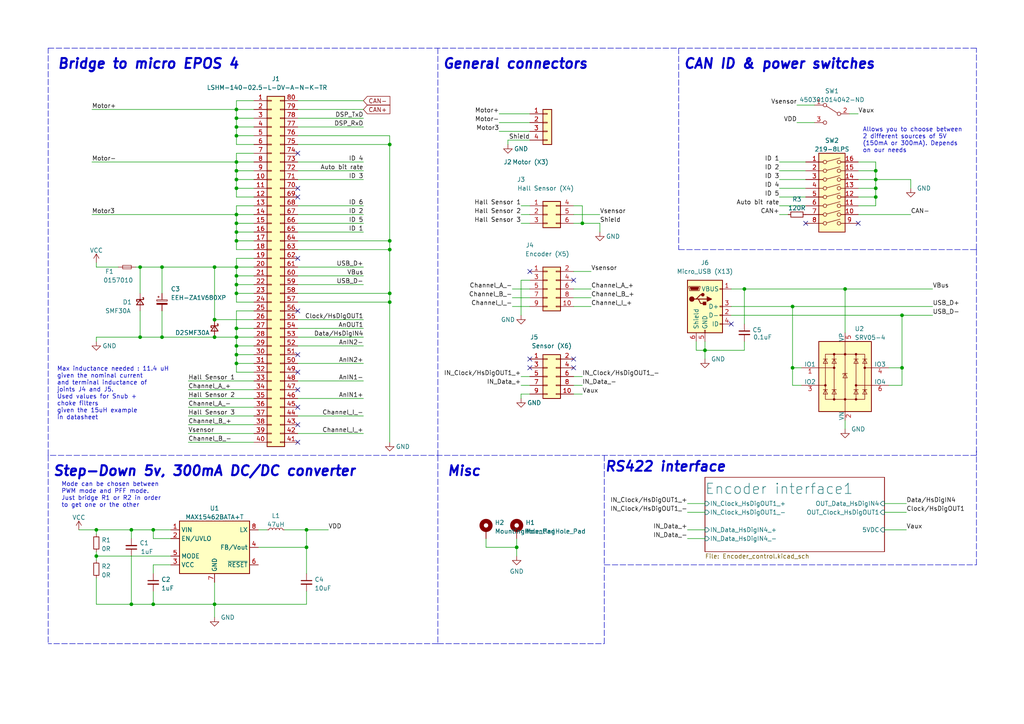
<source format=kicad_sch>
(kicad_sch (version 20211123) (generator eeschema)
  (paper "A4")
  (lib_symbols
    (symbol "Connector:USB_B_Micro" (pin_names (offset 1.016))
      (property "Reference" "J" (at -5.08 11.43 0))
      (property "Value" "USB_B_Micro" (at -5.08 8.89 0))
      (symbol "USB_B_Micro_1_1"
        (pin power_out line (at 7.62 5.08 180) (length 2.54) (name "VBUS") (number "1"))
        (pin bidirectional line (at 7.62 -2.54 180) (length 2.54) (name "D-") (number "2"))
        (pin bidirectional line (at 7.62 0 180) (length 2.54) (name "D+") (number "3"))
        (pin passive line (at 7.62 -5.08 180) (length 2.54) (name "ID") (number "4"))
        (pin power_out line (at 0 -10.16 90) (length 2.54) (name "GND") (number "5"))
        (pin passive line (at -2.54 -10.16 90) (length 2.54) (name "Shield") (number "6"))
      )
    )
    (symbol "Connector_Generic:Conn_01x04" (pin_names (offset 1.016) hide)
      (property "Reference" "J" (at 0 5.08 0))
      (property "Value" "Conn_01x04" (at 0 -7.62 0))
      (symbol "Conn_01x04_1_1"
        (pin passive line (at -5.08 2.54 0) (length 3.81) (name "Pin_1") (number "1"))
        (pin passive line (at -5.08 0 0) (length 3.81) (name "Pin_2") (number "2"))
        (pin passive line (at -5.08 -2.54 0) (length 3.81) (name "Pin_3") (number "3"))
        (pin passive line (at -5.08 -5.08 0) (length 3.81) (name "Pin_4") (number "4"))
      )
    )
    (symbol "Connector_Generic:Conn_02x03_Top_Bottom" (pin_names (offset 1.016) hide)
      (property "Reference" "J" (at 1.27 5.08 0))
      (property "Value" "Conn_02x03_Top_Bottom" (at 1.27 -5.08 0))
      (symbol "Conn_02x03_Top_Bottom_1_1"
        (pin passive line (at -5.08 2.54 0) (length 3.81) (name "Pin_1") (number "1"))
        (pin passive line (at -5.08 0 0) (length 3.81) (name "Pin_2") (number "2"))
        (pin passive line (at -5.08 -2.54 0) (length 3.81) (name "Pin_3") (number "3"))
        (pin passive line (at 7.62 2.54 180) (length 3.81) (name "Pin_4") (number "4"))
        (pin passive line (at 7.62 0 180) (length 3.81) (name "Pin_5") (number "5"))
        (pin passive line (at 7.62 -2.54 180) (length 3.81) (name "Pin_6") (number "6"))
      )
    )
    (symbol "Connector_Generic:Conn_02x05_Odd_Even" (pin_names (offset 1.016) hide)
      (property "Reference" "J" (at 1.27 7.62 0))
      (property "Value" "Conn_02x05_Odd_Even" (at 1.27 -7.62 0))
      (symbol "Conn_02x05_Odd_Even_1_1"
        (pin passive line (at -5.08 5.08 0) (length 3.81) (name "Pin_1") (number "1"))
        (pin passive line (at 7.62 -5.08 180) (length 3.81) (name "Pin_10") (number "10"))
        (pin passive line (at 7.62 5.08 180) (length 3.81) (name "Pin_2") (number "2"))
        (pin passive line (at -5.08 2.54 0) (length 3.81) (name "Pin_3") (number "3"))
        (pin passive line (at 7.62 2.54 180) (length 3.81) (name "Pin_4") (number "4"))
        (pin passive line (at -5.08 0 0) (length 3.81) (name "Pin_5") (number "5"))
        (pin passive line (at 7.62 0 180) (length 3.81) (name "Pin_6") (number "6"))
        (pin passive line (at -5.08 -2.54 0) (length 3.81) (name "Pin_7") (number "7"))
        (pin passive line (at 7.62 -2.54 180) (length 3.81) (name "Pin_8") (number "8"))
        (pin passive line (at -5.08 -5.08 0) (length 3.81) (name "Pin_9") (number "9"))
      )
    )
    (symbol "Connector_Generic:Conn_02x40_Counter_Clockwise" (pin_names (offset 1.016) hide)
      (property "Reference" "J" (at 1.27 50.8 0))
      (property "Value" "Conn_02x40_Counter_Clockwise" (at 1.27 -53.34 0))
      (symbol "Conn_02x40_Counter_Clockwise_1_1"
        (pin passive line (at -5.08 48.26 0) (length 3.81) (name "Pin_1") (number "1"))
        (pin passive line (at -5.08 25.4 0) (length 3.81) (name "Pin_10") (number "10"))
        (pin passive line (at -5.08 22.86 0) (length 3.81) (name "Pin_11") (number "11"))
        (pin passive line (at -5.08 20.32 0) (length 3.81) (name "Pin_12") (number "12"))
        (pin passive line (at -5.08 17.78 0) (length 3.81) (name "Pin_13") (number "13"))
        (pin passive line (at -5.08 15.24 0) (length 3.81) (name "Pin_14") (number "14"))
        (pin passive line (at -5.08 12.7 0) (length 3.81) (name "Pin_15") (number "15"))
        (pin passive line (at -5.08 10.16 0) (length 3.81) (name "Pin_16") (number "16"))
        (pin passive line (at -5.08 7.62 0) (length 3.81) (name "Pin_17") (number "17"))
        (pin passive line (at -5.08 5.08 0) (length 3.81) (name "Pin_18") (number "18"))
        (pin passive line (at -5.08 2.54 0) (length 3.81) (name "Pin_19") (number "19"))
        (pin passive line (at -5.08 45.72 0) (length 3.81) (name "Pin_2") (number "2"))
        (pin passive line (at -5.08 0 0) (length 3.81) (name "Pin_20") (number "20"))
        (pin passive line (at -5.08 -2.54 0) (length 3.81) (name "Pin_21") (number "21"))
        (pin passive line (at -5.08 -5.08 0) (length 3.81) (name "Pin_22") (number "22"))
        (pin passive line (at -5.08 -7.62 0) (length 3.81) (name "Pin_23") (number "23"))
        (pin passive line (at -5.08 -10.16 0) (length 3.81) (name "Pin_24") (number "24"))
        (pin passive line (at -5.08 -12.7 0) (length 3.81) (name "Pin_25") (number "25"))
        (pin passive line (at -5.08 -15.24 0) (length 3.81) (name "Pin_26") (number "26"))
        (pin passive line (at -5.08 -17.78 0) (length 3.81) (name "Pin_27") (number "27"))
        (pin passive line (at -5.08 -20.32 0) (length 3.81) (name "Pin_28") (number "28"))
        (pin passive line (at -5.08 -22.86 0) (length 3.81) (name "Pin_29") (number "29"))
        (pin passive line (at -5.08 43.18 0) (length 3.81) (name "Pin_3") (number "3"))
        (pin passive line (at -5.08 -25.4 0) (length 3.81) (name "Pin_30") (number "30"))
        (pin passive line (at -5.08 -27.94 0) (length 3.81) (name "Pin_31") (number "31"))
        (pin passive line (at -5.08 -30.48 0) (length 3.81) (name "Pin_32") (number "32"))
        (pin passive line (at -5.08 -33.02 0) (length 3.81) (name "Pin_33") (number "33"))
        (pin passive line (at -5.08 -35.56 0) (length 3.81) (name "Pin_34") (number "34"))
        (pin passive line (at -5.08 -38.1 0) (length 3.81) (name "Pin_35") (number "35"))
        (pin passive line (at -5.08 -40.64 0) (length 3.81) (name "Pin_36") (number "36"))
        (pin passive line (at -5.08 -43.18 0) (length 3.81) (name "Pin_37") (number "37"))
        (pin passive line (at -5.08 -45.72 0) (length 3.81) (name "Pin_38") (number "38"))
        (pin passive line (at -5.08 -48.26 0) (length 3.81) (name "Pin_39") (number "39"))
        (pin passive line (at -5.08 40.64 0) (length 3.81) (name "Pin_4") (number "4"))
        (pin passive line (at -5.08 -50.8 0) (length 3.81) (name "Pin_40") (number "40"))
        (pin passive line (at 7.62 -50.8 180) (length 3.81) (name "Pin_41") (number "41"))
        (pin passive line (at 7.62 -48.26 180) (length 3.81) (name "Pin_42") (number "42"))
        (pin passive line (at 7.62 -45.72 180) (length 3.81) (name "Pin_43") (number "43"))
        (pin passive line (at 7.62 -43.18 180) (length 3.81) (name "Pin_44") (number "44"))
        (pin passive line (at 7.62 -40.64 180) (length 3.81) (name "Pin_45") (number "45"))
        (pin passive line (at 7.62 -38.1 180) (length 3.81) (name "Pin_46") (number "46"))
        (pin passive line (at 7.62 -35.56 180) (length 3.81) (name "Pin_47") (number "47"))
        (pin passive line (at 7.62 -33.02 180) (length 3.81) (name "Pin_48") (number "48"))
        (pin passive line (at 7.62 -30.48 180) (length 3.81) (name "Pin_49") (number "49"))
        (pin passive line (at -5.08 38.1 0) (length 3.81) (name "Pin_5") (number "5"))
        (pin passive line (at 7.62 -27.94 180) (length 3.81) (name "Pin_50") (number "50"))
        (pin passive line (at 7.62 -25.4 180) (length 3.81) (name "Pin_51") (number "51"))
        (pin passive line (at 7.62 -22.86 180) (length 3.81) (name "Pin_52") (number "52"))
        (pin passive line (at 7.62 -20.32 180) (length 3.81) (name "Pin_53") (number "53"))
        (pin passive line (at 7.62 -17.78 180) (length 3.81) (name "Pin_54") (number "54"))
        (pin passive line (at 7.62 -15.24 180) (length 3.81) (name "Pin_55") (number "55"))
        (pin passive line (at 7.62 -12.7 180) (length 3.81) (name "Pin_56") (number "56"))
        (pin passive line (at 7.62 -10.16 180) (length 3.81) (name "Pin_57") (number "57"))
        (pin passive line (at 7.62 -7.62 180) (length 3.81) (name "Pin_58") (number "58"))
        (pin passive line (at 7.62 -5.08 180) (length 3.81) (name "Pin_59") (number "59"))
        (pin passive line (at -5.08 35.56 0) (length 3.81) (name "Pin_6") (number "6"))
        (pin passive line (at 7.62 -2.54 180) (length 3.81) (name "Pin_60") (number "60"))
        (pin passive line (at 7.62 0 180) (length 3.81) (name "Pin_61") (number "61"))
        (pin passive line (at 7.62 2.54 180) (length 3.81) (name "Pin_62") (number "62"))
        (pin passive line (at 7.62 5.08 180) (length 3.81) (name "Pin_63") (number "63"))
        (pin passive line (at 7.62 7.62 180) (length 3.81) (name "Pin_64") (number "64"))
        (pin passive line (at 7.62 10.16 180) (length 3.81) (name "Pin_65") (number "65"))
        (pin passive line (at 7.62 12.7 180) (length 3.81) (name "Pin_66") (number "66"))
        (pin passive line (at 7.62 15.24 180) (length 3.81) (name "Pin_67") (number "67"))
        (pin passive line (at 7.62 17.78 180) (length 3.81) (name "Pin_68") (number "68"))
        (pin passive line (at 7.62 20.32 180) (length 3.81) (name "Pin_69") (number "69"))
        (pin passive line (at -5.08 33.02 0) (length 3.81) (name "Pin_7") (number "7"))
        (pin passive line (at 7.62 22.86 180) (length 3.81) (name "Pin_70") (number "70"))
        (pin passive line (at 7.62 25.4 180) (length 3.81) (name "Pin_71") (number "71"))
        (pin passive line (at 7.62 27.94 180) (length 3.81) (name "Pin_72") (number "72"))
        (pin passive line (at 7.62 30.48 180) (length 3.81) (name "Pin_73") (number "73"))
        (pin passive line (at 7.62 33.02 180) (length 3.81) (name "Pin_74") (number "74"))
        (pin passive line (at 7.62 35.56 180) (length 3.81) (name "Pin_75") (number "75"))
        (pin passive line (at 7.62 38.1 180) (length 3.81) (name "Pin_76") (number "76"))
        (pin passive line (at 7.62 40.64 180) (length 3.81) (name "Pin_77") (number "77"))
        (pin passive line (at 7.62 43.18 180) (length 3.81) (name "Pin_78") (number "78"))
        (pin passive line (at 7.62 45.72 180) (length 3.81) (name "Pin_79") (number "79"))
        (pin passive line (at -5.08 30.48 0) (length 3.81) (name "Pin_8") (number "8"))
        (pin passive line (at 7.62 48.26 180) (length 3.81) (name "Pin_80") (number "80"))
        (pin passive line (at -5.08 27.94 0) (length 3.81) (name "Pin_9") (number "9"))
      )
    )
    (symbol "Device:C_Polarized_Small" (pin_numbers hide) (pin_names (offset 0.254) hide)
      (property "Reference" "C" (at 0.254 1.778 0))
      (property "Value" "C_Polarized_Small" (at 0.254 -2.032 0))
      (symbol "C_Polarized_Small_1_1"
        (pin passive line (at 0 2.54 270) (length 1.8542) (name "~") (number "1"))
        (pin passive line (at 0 -2.54 90) (length 1.8542) (name "~") (number "2"))
      )
    )
    (symbol "Device:C_Small" (pin_numbers hide) (pin_names (offset 0.254) hide)
      (property "Reference" "C" (at 0.254 1.778 0))
      (property "Value" "C_Small" (at 0.254 -2.032 0))
      (symbol "C_Small_1_1"
        (pin passive line (at 0 2.54 270) (length 2.032) (name "~") (number "1"))
        (pin passive line (at 0 -2.54 90) (length 2.032) (name "~") (number "2"))
      )
    )
    (symbol "Device:D_Schottky_Small" (pin_numbers hide) (pin_names (offset 0.254) hide)
      (property "Reference" "D" (at -1.27 2.032 0))
      (property "Value" "D_Schottky_Small" (at -7.112 -2.032 0))
      (symbol "D_Schottky_Small_1_1"
        (pin passive line (at -2.54 0 0) (length 1.778) (name "K") (number "1"))
        (pin passive line (at 2.54 0 180) (length 1.778) (name "A") (number "2"))
      )
    )
    (symbol "Device:Fuse_Small" (pin_numbers hide) (pin_names (offset 0.254) hide)
      (property "Reference" "F" (at 0 -1.524 0))
      (property "Value" "Fuse_Small" (at 0 1.524 0))
      (symbol "Fuse_Small_1_1"
        (pin passive line (at -2.54 0 0) (length 1.27) (name "~") (number "1"))
        (pin passive line (at 2.54 0 180) (length 1.27) (name "~") (number "2"))
      )
    )
    (symbol "Device:L_Small" (pin_numbers hide) (pin_names (offset 0.254) hide)
      (property "Reference" "L" (at 0.762 1.016 0))
      (property "Value" "L_Small" (at 0.762 -1.016 0))
      (symbol "L_Small_1_1"
        (pin passive line (at 0 2.54 270) (length 0.508) (name "~") (number "1"))
        (pin passive line (at 0 -2.54 90) (length 0.508) (name "~") (number "2"))
      )
    )
    (symbol "Device:R_Small" (pin_numbers hide) (pin_names (offset 0.254) hide)
      (property "Reference" "R" (at 0.762 0.508 0))
      (property "Value" "R_Small" (at 0.762 -1.016 0))
      (symbol "R_Small_1_1"
        (pin passive line (at 0 2.54 270) (length 0.762) (name "~") (number "1"))
        (pin passive line (at 0 -2.54 90) (length 0.762) (name "~") (number "2"))
      )
    )
    (symbol "Mechanical:MountingHole_Pad" (pin_numbers hide) (pin_names (offset 1.016) hide)
      (property "Reference" "H" (at 0 6.35 0))
      (property "Value" "MountingHole_Pad" (at 0 4.445 0))
      (symbol "MountingHole_Pad_1_1"
        (pin input line (at 0 -2.54 90) (length 2.54) (name "1") (number "1"))
      )
    )
    (symbol "Power_Protection:SRV05-4" (pin_names (offset 0))
      (property "Reference" "U" (at -5.08 11.43 0))
      (property "Value" "SRV05-4" (at 2.54 11.43 0))
      (symbol "SRV05-4_1_1"
        (pin passive line (at -12.7 2.54 0) (length 5.08) (name "IO1") (number "1"))
        (pin passive line (at 0 -12.7 90) (length 2.54) (name "VN") (number "2"))
        (pin passive line (at -12.7 -2.54 0) (length 5.08) (name "IO2") (number "3"))
        (pin passive line (at 12.7 2.54 180) (length 5.08) (name "IO3") (number "4"))
        (pin passive line (at 0 12.7 270) (length 2.54) (name "VP") (number "5"))
        (pin passive line (at 12.7 -2.54 180) (length 5.08) (name "IO4") (number "6"))
      )
    )
    (symbol "Switch:SW_DIP_x08" (pin_names (offset 0) hide)
      (property "Reference" "SW" (at 0 13.97 0))
      (property "Value" "SW_DIP_x08" (at 0 -11.43 0))
      (symbol "SW_DIP_x08_1_1"
        (pin passive line (at -7.62 10.16 0) (length 5.08) (name "~") (number "1"))
        (pin passive line (at 7.62 -5.08 180) (length 5.08) (name "~") (number "10"))
        (pin passive line (at 7.62 -2.54 180) (length 5.08) (name "~") (number "11"))
        (pin passive line (at 7.62 0 180) (length 5.08) (name "~") (number "12"))
        (pin passive line (at 7.62 2.54 180) (length 5.08) (name "~") (number "13"))
        (pin passive line (at 7.62 5.08 180) (length 5.08) (name "~") (number "14"))
        (pin passive line (at 7.62 7.62 180) (length 5.08) (name "~") (number "15"))
        (pin passive line (at 7.62 10.16 180) (length 5.08) (name "~") (number "16"))
        (pin passive line (at -7.62 7.62 0) (length 5.08) (name "~") (number "2"))
        (pin passive line (at -7.62 5.08 0) (length 5.08) (name "~") (number "3"))
        (pin passive line (at -7.62 2.54 0) (length 5.08) (name "~") (number "4"))
        (pin passive line (at -7.62 0 0) (length 5.08) (name "~") (number "5"))
        (pin passive line (at -7.62 -2.54 0) (length 5.08) (name "~") (number "6"))
        (pin passive line (at -7.62 -5.08 0) (length 5.08) (name "~") (number "7"))
        (pin passive line (at -7.62 -7.62 0) (length 5.08) (name "~") (number "8"))
        (pin passive line (at 7.62 -7.62 180) (length 5.08) (name "~") (number "9"))
      )
    )
    (symbol "Switch:SW_SPDT" (pin_names (offset 0) hide)
      (property "Reference" "SW" (at 0 4.318 0))
      (property "Value" "SW_SPDT" (at 0 -5.08 0))
      (symbol "SW_SPDT_1_1"
        (pin passive line (at 5.08 2.54 180) (length 2.54) (name "A") (number "1"))
        (pin passive line (at -5.08 0 0) (length 2.54) (name "B") (number "2"))
        (pin passive line (at 5.08 -2.54 180) (length 2.54) (name "C") (number "3"))
      )
    )
    (symbol "custom_lib:MAX15462BATA+T"
      (property "Reference" "U" (at -7.62 6.35 0))
      (property "Value" "MAX15462BATA+T" (at 0 3.81 0))
      (symbol "MAX15462BATA+T_1_1"
        (pin power_in line (at -12.7 -1.27 0) (length 2.54) (name "VIN") (number "1"))
        (pin input line (at -12.7 -3.81 0) (length 2.54) (name "EN/UVLO") (number "2"))
        (pin power_out line (at -12.7 -11.43 0) (length 2.54) (name "VCC") (number "3"))
        (pin input line (at 12.7 -6.35 180) (length 2.54) (name "FB/Vout") (number "4"))
        (pin input line (at -12.7 -8.89 0) (length 2.54) (name "MODE") (number "5"))
        (pin open_collector line (at 12.7 -11.43 180) (length 2.54) (name "~{RESET}") (number "6"))
        (pin power_in line (at 0 -16.51 90) (length 2.54) (name "GND") (number "7"))
        (pin power_out line (at 12.7 -1.27 180) (length 2.54) (name "LX") (number "8"))
      )
    )
    (symbol "power:GND" (power) (pin_names (offset 0))
      (property "Value" "GND" (at 0 -3.81 0))
      (symbol "GND_1_1"
        (pin power_in line (at 0 0 270) (length 0) hide (name "GND") (number "1"))
      )
    )
    (symbol "power:VCC" (power) (pin_names (offset 0))
      (property "Value" "VCC" (at 0 3.81 0))
      (symbol "VCC_1_1"
        (pin power_in line (at 0 0 90) (length 0) hide (name "VCC") (number "1"))
      )
    )
  )
  (junction (at 68.58 102.87))
  (junction (at 68.58 67.31))
  (junction (at 204.47 101.6))
  (junction (at 261.62 106.68))
  (junction (at 68.58 34.29))
  (junction (at 261.62 91.44))
  (junction (at 46.99 97.79))
  (junction (at 245.11 83.82))
  (junction (at 62.23 92.71))
  (junction (at 68.58 105.41))
  (junction (at 149.86 158.75))
  (junction (at 254 52.07))
  (junction (at 68.58 85.09))
  (junction (at 38.1 153.67))
  (junction (at 27.94 161.29))
  (junction (at 62.23 175.26))
  (junction (at 215.9 83.82))
  (junction (at 68.58 80.01))
  (junction (at 68.58 46.99))
  (junction (at 40.64 77.47))
  (junction (at 113.03 72.39))
  (junction (at 254 54.61))
  (junction (at 68.58 100.33))
  (junction (at 168.91 64.77))
  (junction (at 254 49.53))
  (junction (at 68.58 95.25))
  (junction (at 44.45 175.26))
  (junction (at 68.58 31.75))
  (junction (at 229.87 106.68))
  (junction (at 40.64 97.79))
  (junction (at 68.58 54.61))
  (junction (at 44.45 153.67))
  (junction (at 68.58 97.79))
  (junction (at 68.58 77.47))
  (junction (at 46.99 77.47))
  (junction (at 229.87 88.9))
  (junction (at 68.58 69.85))
  (junction (at 88.9 158.75))
  (junction (at 62.23 97.79))
  (junction (at 88.9 153.67))
  (junction (at 113.03 87.63))
  (junction (at 254 57.15))
  (junction (at 68.58 39.37))
  (junction (at 113.03 41.91))
  (junction (at 68.58 62.23))
  (junction (at 38.1 175.26))
  (junction (at 68.58 36.83))
  (junction (at 113.03 85.09))
  (junction (at 68.58 52.07))
  (junction (at 68.58 82.55))
  (junction (at 68.58 64.77))
  (junction (at 27.94 153.67))
  (junction (at 62.23 77.47))
  (junction (at 113.03 69.85))
  (junction (at 68.58 49.53))
  (no_connect (at 86.36 123.19))
  (no_connect (at 153.67 104.14))
  (no_connect (at 166.37 106.68))
  (no_connect (at 166.37 81.28))
  (no_connect (at 153.67 78.74))
  (no_connect (at 212.09 93.98))
  (no_connect (at 86.36 102.87))
  (no_connect (at 86.36 128.27))
  (no_connect (at 86.36 54.61))
  (no_connect (at 248.92 64.77))
  (no_connect (at 86.36 74.93))
  (no_connect (at 233.68 64.77))
  (no_connect (at 86.36 107.95))
  (no_connect (at 86.36 90.17))
  (no_connect (at 86.36 44.45))
  (no_connect (at 86.36 57.15))
  (no_connect (at 153.67 106.68))
  (no_connect (at 166.37 104.14))
  (no_connect (at 86.36 113.03))
  (no_connect (at 86.36 118.11))
  (wire (pts (xy 149.86 158.75) (xy 140.97 158.75)))
  (wire (pts (xy 149.86 158.75) (xy 149.86 156.21)))
  (wire (pts (xy 86.36 85.09) (xy 113.03 85.09)))
  (wire (pts (xy 149.86 161.29) (xy 149.86 158.75)))
  (wire (pts (xy 147.32 40.64) (xy 153.67 40.64)))
  (wire (pts (xy 86.36 46.99) (xy 105.41 46.99)))
  (polyline (pts (xy 13.97 13.97) (xy 196.85 13.97)))
  (wire (pts (xy 54.61 123.19) (xy 73.66 123.19)))
  (wire (pts (xy 226.06 57.15) (xy 233.68 57.15)))
  (wire (pts (xy 82.55 153.67) (xy 88.9 153.67)))
  (wire (pts (xy 68.58 69.85) (xy 68.58 72.39)))
  (wire (pts (xy 68.58 67.31) (xy 73.66 67.31)))
  (wire (pts (xy 254 52.07) (xy 254 54.61)))
  (wire (pts (xy 68.58 46.99) (xy 73.66 46.99)))
  (wire (pts (xy 68.58 52.07) (xy 73.66 52.07)))
  (wire (pts (xy 68.58 87.63) (xy 73.66 87.63)))
  (wire (pts (xy 256.54 153.67) (xy 262.89 153.67)))
  (wire (pts (xy 62.23 168.91) (xy 62.23 175.26)))
  (wire (pts (xy 68.58 64.77) (xy 68.58 67.31)))
  (wire (pts (xy 74.93 158.75) (xy 88.9 158.75)))
  (wire (pts (xy 27.94 97.79) (xy 27.94 99.06)))
  (wire (pts (xy 256.54 148.59) (xy 262.89 148.59)))
  (wire (pts (xy 148.59 86.36) (xy 153.67 86.36)))
  (wire (pts (xy 68.58 95.25) (xy 73.66 95.25)))
  (polyline (pts (xy 127 13.97) (xy 127 132.08)))
  (wire (pts (xy 46.99 97.79) (xy 62.23 97.79)))
  (wire (pts (xy 254 57.15) (xy 254 59.69)))
  (wire (pts (xy 226.06 62.23) (xy 228.6 62.23)))
  (wire (pts (xy 256.54 146.05) (xy 262.89 146.05)))
  (wire (pts (xy 168.91 59.69) (xy 168.91 64.77)))
  (wire (pts (xy 62.23 77.47) (xy 68.58 77.47)))
  (wire (pts (xy 62.23 97.79) (xy 68.58 97.79)))
  (wire (pts (xy 68.58 41.91) (xy 73.66 41.91)))
  (polyline (pts (xy 13.97 132.08) (xy 13.97 13.97)))
  (wire (pts (xy 226.06 49.53) (xy 233.68 49.53)))
  (wire (pts (xy 148.59 83.82) (xy 153.67 83.82)))
  (wire (pts (xy 151.13 59.69) (xy 153.67 59.69)))
  (wire (pts (xy 86.36 39.37) (xy 113.03 39.37)))
  (wire (pts (xy 86.36 92.71) (xy 105.41 92.71)))
  (wire (pts (xy 68.58 44.45) (xy 73.66 44.45)))
  (wire (pts (xy 68.58 31.75) (xy 73.66 31.75)))
  (wire (pts (xy 204.47 99.06) (xy 204.47 101.6)))
  (wire (pts (xy 27.94 153.67) (xy 27.94 154.94)))
  (wire (pts (xy 261.62 91.44) (xy 261.62 106.68)))
  (wire (pts (xy 86.36 120.65) (xy 105.41 120.65)))
  (wire (pts (xy 68.58 85.09) (xy 68.58 87.63)))
  (wire (pts (xy 68.58 105.41) (xy 68.58 102.87)))
  (wire (pts (xy 144.78 33.02) (xy 153.67 33.02)))
  (wire (pts (xy 68.58 54.61) (xy 68.58 52.07)))
  (wire (pts (xy 27.94 167.64) (xy 27.94 175.26)))
  (wire (pts (xy 248.92 54.61) (xy 254 54.61)))
  (wire (pts (xy 248.92 52.07) (xy 254 52.07)))
  (wire (pts (xy 68.58 97.79) (xy 73.66 97.79)))
  (wire (pts (xy 201.93 101.6) (xy 204.47 101.6)))
  (wire (pts (xy 166.37 109.22) (xy 168.91 109.22)))
  (wire (pts (xy 113.03 72.39) (xy 113.03 85.09)))
  (wire (pts (xy 151.13 114.3) (xy 153.67 114.3)))
  (wire (pts (xy 54.61 113.03) (xy 73.66 113.03)))
  (wire (pts (xy 44.45 171.45) (xy 44.45 175.26)))
  (wire (pts (xy 68.58 100.33) (xy 68.58 97.79)))
  (polyline (pts (xy 196.85 132.08) (xy 13.97 132.08)))
  (wire (pts (xy 270.51 83.82) (xy 245.11 83.82)))
  (wire (pts (xy 113.03 39.37) (xy 113.03 41.91)))
  (wire (pts (xy 248.92 57.15) (xy 254 57.15)))
  (wire (pts (xy 44.45 153.67) (xy 49.53 153.67)))
  (wire (pts (xy 27.94 160.02) (xy 27.94 161.29)))
  (wire (pts (xy 148.59 88.9) (xy 153.67 88.9)))
  (wire (pts (xy 68.58 64.77) (xy 73.66 64.77)))
  (wire (pts (xy 68.58 59.69) (xy 68.58 62.23)))
  (wire (pts (xy 68.58 97.79) (xy 68.58 95.25)))
  (wire (pts (xy 27.94 76.2) (xy 27.94 77.47)))
  (wire (pts (xy 113.03 87.63) (xy 113.03 128.27)))
  (wire (pts (xy 212.09 88.9) (xy 229.87 88.9)))
  (wire (pts (xy 113.03 85.09) (xy 113.03 87.63)))
  (wire (pts (xy 27.94 77.47) (xy 34.29 77.47)))
  (wire (pts (xy 226.06 54.61) (xy 233.68 54.61)))
  (wire (pts (xy 231.14 35.56) (xy 236.22 35.56)))
  (wire (pts (xy 74.93 153.67) (xy 77.47 153.67)))
  (wire (pts (xy 62.23 92.71) (xy 73.66 92.71)))
  (wire (pts (xy 86.36 31.75) (xy 105.41 31.75)))
  (wire (pts (xy 86.36 49.53) (xy 105.41 49.53)))
  (wire (pts (xy 27.94 175.26) (xy 38.1 175.26)))
  (wire (pts (xy 26.67 31.75) (xy 68.58 31.75)))
  (wire (pts (xy 68.58 77.47) (xy 73.66 77.47)))
  (wire (pts (xy 68.58 102.87) (xy 68.58 100.33)))
  (wire (pts (xy 201.93 99.06) (xy 201.93 101.6)))
  (wire (pts (xy 49.53 163.83) (xy 44.45 163.83)))
  (wire (pts (xy 166.37 114.3) (xy 168.91 114.3)))
  (wire (pts (xy 113.03 69.85) (xy 113.03 72.39)))
  (wire (pts (xy 86.36 72.39) (xy 113.03 72.39)))
  (polyline (pts (xy 283.21 72.39) (xy 283.21 13.97)))
  (wire (pts (xy 231.14 30.48) (xy 236.22 30.48)))
  (wire (pts (xy 38.1 153.67) (xy 38.1 156.21)))
  (wire (pts (xy 68.58 74.93) (xy 73.66 74.93)))
  (wire (pts (xy 199.39 156.21) (xy 204.47 156.21)))
  (wire (pts (xy 38.1 161.29) (xy 38.1 175.26)))
  (polyline (pts (xy 196.85 72.39) (xy 283.21 72.39)))
  (wire (pts (xy 68.58 82.55) (xy 73.66 82.55)))
  (wire (pts (xy 68.58 74.93) (xy 68.58 77.47)))
  (wire (pts (xy 151.13 64.77) (xy 153.67 64.77)))
  (wire (pts (xy 68.58 80.01) (xy 68.58 82.55)))
  (wire (pts (xy 264.16 52.07) (xy 264.16 54.61)))
  (wire (pts (xy 68.58 54.61) (xy 73.66 54.61)))
  (wire (pts (xy 68.58 39.37) (xy 68.58 41.91)))
  (wire (pts (xy 254 46.99) (xy 254 49.53)))
  (wire (pts (xy 199.39 153.67) (xy 204.47 153.67)))
  (wire (pts (xy 204.47 101.6) (xy 204.47 104.14)))
  (wire (pts (xy 248.92 62.23) (xy 264.16 62.23)))
  (wire (pts (xy 38.1 175.26) (xy 44.45 175.26)))
  (wire (pts (xy 68.58 34.29) (xy 73.66 34.29)))
  (wire (pts (xy 151.13 62.23) (xy 153.67 62.23)))
  (wire (pts (xy 245.11 121.92) (xy 245.11 124.46)))
  (polyline (pts (xy 175.26 132.08) (xy 175.26 163.83)))
  (wire (pts (xy 40.64 77.47) (xy 46.99 77.47)))
  (wire (pts (xy 40.64 77.47) (xy 40.64 85.09)))
  (wire (pts (xy 166.37 83.82) (xy 171.45 83.82)))
  (wire (pts (xy 46.99 77.47) (xy 46.99 85.09)))
  (wire (pts (xy 86.36 36.83) (xy 105.41 36.83)))
  (wire (pts (xy 68.58 102.87) (xy 73.66 102.87)))
  (wire (pts (xy 215.9 83.82) (xy 215.9 93.98)))
  (wire (pts (xy 38.1 153.67) (xy 44.45 153.67)))
  (wire (pts (xy 68.58 80.01) (xy 73.66 80.01)))
  (wire (pts (xy 40.64 97.79) (xy 46.99 97.79)))
  (wire (pts (xy 68.58 90.17) (xy 68.58 95.25)))
  (wire (pts (xy 88.9 171.45) (xy 88.9 175.26)))
  (wire (pts (xy 229.87 111.76) (xy 232.41 111.76)))
  (wire (pts (xy 73.66 90.17) (xy 68.58 90.17)))
  (wire (pts (xy 144.78 35.56) (xy 153.67 35.56)))
  (wire (pts (xy 215.9 99.06) (xy 215.9 101.6)))
  (wire (pts (xy 88.9 153.67) (xy 95.25 153.67)))
  (wire (pts (xy 229.87 106.68) (xy 229.87 111.76)))
  (wire (pts (xy 229.87 88.9) (xy 270.51 88.9)))
  (wire (pts (xy 86.36 82.55) (xy 105.41 82.55)))
  (wire (pts (xy 54.61 125.73) (xy 73.66 125.73)))
  (wire (pts (xy 261.62 106.68) (xy 261.62 111.76)))
  (wire (pts (xy 26.67 46.99) (xy 68.58 46.99)))
  (wire (pts (xy 173.99 64.77) (xy 173.99 67.31)))
  (wire (pts (xy 215.9 83.82) (xy 212.09 83.82)))
  (wire (pts (xy 44.45 175.26) (xy 62.23 175.26)))
  (wire (pts (xy 151.13 109.22) (xy 153.67 109.22)))
  (wire (pts (xy 49.53 156.21) (xy 44.45 156.21)))
  (wire (pts (xy 44.45 156.21) (xy 44.45 153.67)))
  (wire (pts (xy 88.9 158.75) (xy 88.9 153.67)))
  (wire (pts (xy 68.58 31.75) (xy 68.58 29.21)))
  (wire (pts (xy 22.86 153.67) (xy 27.94 153.67)))
  (wire (pts (xy 54.61 110.49) (xy 73.66 110.49)))
  (polyline (pts (xy 175.26 186.69) (xy 175.26 163.83)))
  (wire (pts (xy 62.23 175.26) (xy 88.9 175.26)))
  (wire (pts (xy 86.36 67.31) (xy 105.41 67.31)))
  (wire (pts (xy 68.58 49.53) (xy 68.58 46.99)))
  (wire (pts (xy 86.36 52.07) (xy 105.41 52.07)))
  (wire (pts (xy 226.06 59.69) (xy 233.68 59.69)))
  (wire (pts (xy 229.87 106.68) (xy 232.41 106.68)))
  (polyline (pts (xy 283.21 13.97) (xy 196.85 13.97)))
  (wire (pts (xy 68.58 36.83) (xy 68.58 39.37)))
  (wire (pts (xy 86.36 41.91) (xy 113.03 41.91)))
  (wire (pts (xy 254 54.61) (xy 254 57.15)))
  (wire (pts (xy 86.36 62.23) (xy 105.41 62.23)))
  (polyline (pts (xy 175.26 163.83) (xy 283.21 163.83)))
  (wire (pts (xy 261.62 111.76) (xy 257.81 111.76)))
  (wire (pts (xy 54.61 128.27) (xy 73.66 128.27)))
  (wire (pts (xy 257.81 106.68) (xy 261.62 106.68)))
  (wire (pts (xy 68.58 67.31) (xy 68.58 69.85)))
  (wire (pts (xy 86.36 59.69) (xy 105.41 59.69)))
  (wire (pts (xy 68.58 62.23) (xy 73.66 62.23)))
  (polyline (pts (xy 127 186.69) (xy 175.26 186.69)))
  (wire (pts (xy 151.13 111.76) (xy 153.67 111.76)))
  (wire (pts (xy 54.61 115.57) (xy 73.66 115.57)))
  (wire (pts (xy 44.45 163.83) (xy 44.45 166.37)))
  (wire (pts (xy 261.62 91.44) (xy 270.51 91.44)))
  (wire (pts (xy 86.36 125.73) (xy 105.41 125.73)))
  (wire (pts (xy 68.58 34.29) (xy 68.58 36.83)))
  (wire (pts (xy 166.37 86.36) (xy 171.45 86.36)))
  (wire (pts (xy 46.99 90.17) (xy 46.99 97.79)))
  (wire (pts (xy 68.58 36.83) (xy 73.66 36.83)))
  (wire (pts (xy 199.39 146.05) (xy 204.47 146.05)))
  (wire (pts (xy 86.36 29.21) (xy 105.41 29.21)))
  (wire (pts (xy 245.11 83.82) (xy 245.11 96.52)))
  (wire (pts (xy 68.58 69.85) (xy 73.66 69.85)))
  (wire (pts (xy 166.37 59.69) (xy 168.91 59.69)))
  (polyline (pts (xy 283.21 132.08) (xy 196.85 132.08)))
  (wire (pts (xy 248.92 33.02) (xy 246.38 33.02)))
  (wire (pts (xy 68.58 100.33) (xy 73.66 100.33)))
  (wire (pts (xy 68.58 39.37) (xy 73.66 39.37)))
  (wire (pts (xy 68.58 52.07) (xy 68.58 49.53)))
  (wire (pts (xy 86.36 34.29) (xy 105.41 34.29)))
  (wire (pts (xy 68.58 77.47) (xy 68.58 80.01)))
  (wire (pts (xy 68.58 72.39) (xy 73.66 72.39)))
  (wire (pts (xy 68.58 49.53) (xy 73.66 49.53)))
  (wire (pts (xy 54.61 120.65) (xy 73.66 120.65)))
  (wire (pts (xy 86.36 77.47) (xy 105.41 77.47)))
  (wire (pts (xy 26.67 62.23) (xy 68.58 62.23)))
  (wire (pts (xy 86.36 64.77) (xy 105.41 64.77)))
  (wire (pts (xy 62.23 175.26) (xy 62.23 179.07)))
  (wire (pts (xy 151.13 81.28) (xy 151.13 91.44)))
  (wire (pts (xy 27.94 161.29) (xy 49.53 161.29)))
  (wire (pts (xy 68.58 85.09) (xy 73.66 85.09)))
  (wire (pts (xy 68.58 29.21) (xy 73.66 29.21)))
  (wire (pts (xy 68.58 62.23) (xy 68.58 64.77)))
  (wire (pts (xy 27.94 161.29) (xy 27.94 162.56)))
  (wire (pts (xy 229.87 88.9) (xy 229.87 106.68)))
  (polyline (pts (xy 196.85 13.97) (xy 196.85 72.39)))
  (wire (pts (xy 204.47 101.6) (xy 215.9 101.6)))
  (wire (pts (xy 68.58 59.69) (xy 73.66 59.69)))
  (wire (pts (xy 245.11 83.82) (xy 215.9 83.82)))
  (wire (pts (xy 40.64 90.17) (xy 40.64 97.79)))
  (wire (pts (xy 147.32 40.64) (xy 147.32 41.91)))
  (wire (pts (xy 168.91 64.77) (xy 173.99 64.77)))
  (polyline (pts (xy 283.21 72.39) (xy 283.21 132.08)))
  (wire (pts (xy 86.36 100.33) (xy 105.41 100.33)))
  (wire (pts (xy 39.37 77.47) (xy 40.64 77.47)))
  (polyline (pts (xy 13.97 132.08) (xy 13.97 186.69)))
  (wire (pts (xy 166.37 111.76) (xy 168.91 111.76)))
  (wire (pts (xy 86.36 105.41) (xy 105.41 105.41)))
  (wire (pts (xy 86.36 95.25) (xy 105.41 95.25)))
  (wire (pts (xy 68.58 31.75) (xy 68.58 34.29)))
  (wire (pts (xy 144.78 38.1) (xy 153.67 38.1)))
  (wire (pts (xy 86.36 87.63) (xy 113.03 87.63)))
  (polyline (pts (xy 127 186.69) (xy 13.97 186.69)))
  (wire (pts (xy 212.09 91.44) (xy 261.62 91.44)))
  (wire (pts (xy 199.39 148.59) (xy 204.47 148.59)))
  (wire (pts (xy 86.36 97.79) (xy 105.41 97.79)))
  (polyline (pts (xy 283.21 163.83) (xy 283.21 130.81)))
  (wire (pts (xy 27.94 153.67) (xy 38.1 153.67)))
  (wire (pts (xy 86.36 110.49) (xy 105.41 110.49)))
  (wire (pts (xy 254 59.69) (xy 248.92 59.69)))
  (wire (pts (xy 86.36 115.57) (xy 105.41 115.57)))
  (wire (pts (xy 226.06 46.99) (xy 233.68 46.99)))
  (wire (pts (xy 62.23 77.47) (xy 62.23 92.71)))
  (wire (pts (xy 166.37 88.9) (xy 171.45 88.9)))
  (wire (pts (xy 248.92 49.53) (xy 254 49.53)))
  (wire (pts (xy 166.37 64.77) (xy 168.91 64.77)))
  (wire (pts (xy 166.37 62.23) (xy 173.99 62.23)))
  (wire (pts (xy 226.06 52.07) (xy 233.68 52.07)))
  (polyline (pts (xy 127 132.08) (xy 127 186.69)))
  (wire (pts (xy 68.58 57.15) (xy 73.66 57.15)))
  (wire (pts (xy 254 52.07) (xy 264.16 52.07)))
  (wire (pts (xy 86.36 80.01) (xy 105.41 80.01)))
  (wire (pts (xy 113.03 41.91) (xy 113.03 69.85)))
  (wire (pts (xy 68.58 44.45) (xy 68.58 46.99)))
  (wire (pts (xy 40.64 97.79) (xy 27.94 97.79)))
  (wire (pts (xy 46.99 77.47) (xy 62.23 77.47)))
  (wire (pts (xy 140.97 158.75) (xy 140.97 156.21)))
  (wire (pts (xy 68.58 57.15) (xy 68.58 54.61)))
  (wire (pts (xy 73.66 107.95) (xy 68.58 107.95)))
  (wire (pts (xy 171.45 78.74) (xy 166.37 78.74)))
  (wire (pts (xy 88.9 158.75) (xy 88.9 166.37)))
  (wire (pts (xy 54.61 118.11) (xy 73.66 118.11)))
  (wire (pts (xy 248.92 46.99) (xy 254 46.99)))
  (wire (pts (xy 254 49.53) (xy 254 52.07)))
  (wire (pts (xy 68.58 105.41) (xy 73.66 105.41)))
  (wire (pts (xy 151.13 114.3) (xy 151.13 115.57)))
  (wire (pts (xy 68.58 82.55) (xy 68.58 85.09)))
  (wire (pts (xy 68.58 107.95) (xy 68.58 105.41)))
  (wire (pts (xy 86.36 69.85) (xy 113.03 69.85)))
  (wire (pts (xy 153.67 81.28) (xy 151.13 81.28)))
  (text "Max inductance needed : 11.4 uH \ngiven the nominal current\nand terminal inductance of \njoints J4 and J5.\nUsed values for Snub + \nchoke filters\ngiven the 15uH example \nin datasheet" (at 16.51 121.92 0) (effects (font (size 1.25 1.25)) (justify left bottom)))
  (text "Step-Down 5v, 300mA DC/DC converter" (at 15.24 138.43 0) (effects (font (size 2.85 2.85) (thickness 0.6) bold italic) (justify left bottom)))
  (text "Bridge to micro EPOS 4" (at 16.51 20.32 0) (effects (font (size 2.85 2.85) (thickness 0.6) bold italic) (justify left bottom)))
  (text "Misc" (at 129.54 138.43 0) (effects (font (size 2.85 2.85) (thickness 0.57) bold italic) (justify left bottom)))
  (text "General connectors\n" (at 128.27 20.32 0) (effects (font (size 2.85 2.85) (thickness 0.6) bold italic) (justify left bottom)))
  (text "Mode can be chosen between\nPWM mode and PFF mode.\nJust bridge R1 or R2 in order\nto get one or the other" (at 17.78 147.32 0) (effects (font (size 1.25 1.25)) (justify left bottom)))
  (text "RS422 interface" (at 175.26 137.16 0) (effects (font (size 2.85 2.85) bold italic) (justify left bottom)))
  (text "CAN ID & power switches\n" (at 198.12 20.32 0) (effects (font (size 2.85 2.85) (thickness 0.6) bold italic) (justify left bottom)))
  (text "Allows you to choose between \n2 different sources of 5V\n(150mA or 300mA). Depends\non our needs" (at 250.19 44.45 0) (effects (font (size 1.25 1.25)) (justify left bottom)))
  (label "IN_Data_+" (at 199.39 153.67 180))
  (label "Channel_A_+" (at 54.61 113.03 0))
  (label "ID 5" (at 226.06 57.15 180))
  (label "Vsensor" (at 54.61 125.73 0))
  (label "Channel_I_-" (at 148.59 88.9 180))
  (label "Auto bit rate" (at 226.06 59.69 180))
  (label "IN_Clock{slash}HsDigOUT1_-" (at 199.39 148.59 180))
  (label "Channel_I_+" (at 105.41 125.73 180))
  (label "Vaux" (at 168.91 114.3 0))
  (label "DSP_RxD" (at 105.41 36.83 180))
  (label "USB_D+" (at 105.41 77.47 180))
  (label "CAN-" (at 264.16 62.23 0))
  (label "Data{slash}HsDigIN4" (at 262.89 146.05 0))
  (label "DSP_TxD" (at 105.41 34.29 180))
  (label "Channel_I_-" (at 105.41 120.65 180))
  (label "Vaux" (at 248.92 33.02 0))
  (label "ID 2" (at 105.41 62.23 180))
  (label "Hall Sensor 2" (at 151.13 62.23 180))
  (label "AnIN1+" (at 105.41 115.57 180))
  (label "Channel_B_-" (at 54.61 128.27 0))
  (label "AnIN2+" (at 105.41 105.41 180))
  (label "USB_D+" (at 270.51 88.9 0))
  (label "Motor+" (at 26.67 31.75 0))
  (label "Hall Sensor 2" (at 54.61 115.57 0))
  (label "Channel_B_+" (at 171.45 86.36 0))
  (label "Shield" (at 173.99 64.77 0))
  (label "ID 3" (at 105.41 52.07 180))
  (label "Data{slash}HsDigIN4" (at 105.41 97.79 180))
  (label "ID 4" (at 226.06 54.61 180))
  (label "USB_D-" (at 270.51 91.44 0))
  (label "Clock{slash}HsDigOUT1" (at 262.89 148.59 0))
  (label "Auto bit rate" (at 105.41 49.53 180))
  (label "ID 3" (at 226.06 52.07 180))
  (label "IN_Clock{slash}HsDigOUT1_-" (at 168.91 109.22 0))
  (label "IN_Clock{slash}HsDigOUT1_+" (at 151.13 109.22 180))
  (label "Vsensor" (at 231.14 30.48 180))
  (label "Channel_B_+" (at 54.61 123.19 0))
  (label "AnOUT1" (at 105.41 95.25 180))
  (label "Motor-" (at 26.67 46.99 0))
  (label "Hall Sensor 1" (at 151.13 59.69 180))
  (label "ID 5" (at 105.41 64.77 180))
  (label "Shield" (at 153.67 40.64 180))
  (label "VDD" (at 231.14 35.56 180))
  (label "VDD" (at 95.25 153.67 0))
  (label "VBus" (at 105.41 80.01 180))
  (label "Channel_B_-" (at 148.59 86.36 180))
  (label "IN_Data_-" (at 199.39 156.21 180))
  (label "IN_Data_-" (at 168.91 111.76 0))
  (label "Vsensor" (at 173.99 62.23 0))
  (label "Motor+" (at 144.78 33.02 180))
  (label "Motor3" (at 26.67 62.23 0))
  (label "Hall Sensor 3" (at 151.13 64.77 180))
  (label "Motor-" (at 144.78 35.56 180))
  (label "Channel_A_-" (at 54.61 118.11 0))
  (label "Channel_A_+" (at 171.45 83.82 0))
  (label "IN_Clock{slash}HsDigOUT1_+" (at 199.39 146.05 180))
  (label "Channel_A_-" (at 148.59 83.82 180))
  (label "Motor3" (at 144.78 38.1 180))
  (label "IN_Data_+" (at 151.13 111.76 180))
  (label "USB_D-" (at 105.41 82.55 180))
  (label "ID 1" (at 105.41 67.31 180))
  (label "Channel_I_+" (at 171.45 88.9 0))
  (label "Hall Sensor 1" (at 54.61 110.49 0))
  (label "AnIN1-" (at 105.41 110.49 180))
  (label "AnIN2-" (at 105.41 100.33 180))
  (label "Hall Sensor 3" (at 54.61 120.65 0))
  (label "ID 6" (at 105.41 59.69 180))
  (label "Vsensor" (at 171.45 78.74 0))
  (label "CAN+" (at 226.06 62.23 180))
  (label "ID 1" (at 226.06 46.99 180))
  (label "ID 4" (at 105.41 46.99 180))
  (label "ID 2" (at 226.06 49.53 180))
  (label "Vaux" (at 262.89 153.67 0))
  (label "VBus" (at 270.51 83.82 0))
  (label "Clock{slash}HsDigOUT1" (at 105.41 92.71 180))
  (global_label "CAN+" (shape input) (at 105.41 31.75 0) (property "Intersheet References" "${INTERSHEET_REFS}" (effects hide)))
  (global_label "CAN-" (shape input) (at 105.41 29.21 0) (property "Intersheet References" "${INTERSHEET_REFS}" (effects hide)))
  (symbol (lib_id "Connector_Generic:Conn_02x03_Top_Bottom") (at 158.75 62.23 0) (unit 1)
    (property "Reference" "J3" (at 151.13 52.07 0))
    (property "Value" "Hall Sensor (X4) " (at 158.75 54.61 0))
    (property "Footprint" "nav_fp:43045-06_24,25,26_" (effects hide))
    (property "Datasheet" "https://www.molex.com/pdm_docs/ps/PS-43045.pdf" (effects hide))
  )
  (symbol (lib_id "Device:D_Schottky_Small") (at 62.23 95.25 270) (unit 1)
    (property "Reference" "D2" (at 50.8 96.52 90) (effects (justify left)))
    (property "Value" "SMF30A" (at 53.34 96.52 90) (effects (justify left)))
    (property "Footprint" "Diode_SMD:D_SOD-123" (effects hide))
    (property "Datasheet" "https://www.taiwansemi.com/assets/uploads/datasheet/SMF5.0A%20SERIES_D2103.pdf" (effects hide))
  )
  (symbol (lib_id "power:VCC") (at 27.94 76.2 0) (unit 1)
    (property "Reference" "#PWR02" (effects hide))
    (property "Value" "VCC" (at 27.94 72.6242 0))
  )
  (symbol (lib_id "power:GND") (at 204.47 104.14 0) (unit 1)
    (property "Reference" "#PWR014" (effects hide))
    (property "Value" "GND" (at 208.28 104.14 0))
  )
  (symbol (lib_id "Switch:SW_SPDT") (at 241.3 33.02 0) (mirror y) (unit 1)
    (property "Reference" "SW1" (at 241.3 26.3992 0))
    (property "Value" "450301014042-ND" (at 241.3 28.9361 0))
    (property "Footprint" "nav_fp:450301014042" (effects hide))
    (property "Datasheet" "https://www.we-online.com/katalog/datasheet/450301014042.pdf" (effects hide))
  )
  (symbol (lib_id "Device:R_Small") (at 231.14 62.23 90) (unit 1)
    (property "Reference" "R3" (at 231.14 57.7936 90))
    (property "Value" "120R" (at 231.14 60.3305 90))
    (property "Footprint" "Resistor_SMD:R_0603_1608Metric_Pad0.98x0.95mm_HandSolder" (effects hide))
    (property "Datasheet" "https://www.koaspeer.com/pdfs/RN73.pdf" (effects hide))
  )
  (symbol (lib_id "custom_lib:MAX15462BATA+T") (at 62.23 152.4 0) (unit 1)
    (property "Reference" "U1" (at 62.23 147.4302 0))
    (property "Value" "MAX15462BATA+T" (at 62.23 149.9671 0))
    (property "Footprint" "nav_fp:SON50P200X200X80-8N" (effects hide))
    (property "Datasheet" "https://datasheets.maximintegrated.com/en/ds/MAX15462.pdf" (effects hide))
  )
  (symbol (lib_id "Connector_Generic:Conn_01x04") (at 158.75 35.56 0) (unit 1)
    (property "Reference" "J2" (at 146.05 46.99 0) (effects (justify left)))
    (property "Value" "Motor (X3)" (at 148.59 46.99 0) (effects (justify left)))
    (property "Footprint" "Connector_Molex:Molex_Mini-Fit_Jr_5566-04A_2x02_P4.20mm_Vertical" (effects hide))
    (property "Datasheet" "https://www.molex.com/pdm_docs/sd/039281023_sd.pdf" (effects hide))
  )
  (symbol (lib_id "Device:D_Schottky_Small") (at 40.64 87.63 270) (unit 1)
    (property "Reference" "D1" (at 35.56 87.63 90) (effects (justify left)))
    (property "Value" "SMF30A" (at 30.48 90.17 90) (effects (justify left)))
    (property "Footprint" "Diode_SMD:D_SOD-123" (effects hide))
    (property "Datasheet" "https://www.taiwansemi.com/assets/uploads/datasheet/SMF5.0A%20SERIES_D2103.pdf" (effects hide))
  )
  (symbol (lib_id "Connector_Generic:Conn_02x40_Counter_Clockwise") (at 78.74 77.47 0) (unit 1)
    (property "Reference" "J1" (at 80.01 22.86 0))
    (property "Value" "LSHM-140-02.5-L-DV-A-N-K-TR" (at 77.47 25.3969 0))
    (property "Footprint" "Connector_Samtec:Samtec_LSHM-140-xx.x-x-DV-N_2x40_P0.50mm_Vertical" (effects hide))
    (property "Datasheet" "http://suddendocs.samtec.com/catalog_english/lshm_dv.pdf" (effects hide))
  )
  (symbol (lib_id "Device:C_Small") (at 215.9 96.52 0) (unit 1)
    (property "Reference" "C5" (at 218.2241 95.6916 0) (effects (justify left)))
    (property "Value" "0.1uF" (at 218.44 97.79 0) (effects (justify left)))
    (property "Footprint" "Capacitor_SMD:C_0603_1608Metric_Pad1.08x0.95mm_HandSolder" (effects hide))
    (property "Datasheet" "https://media.digikey.com/pdf/Data%20Sheets/Samsung%20PDFs/CL10B104KO8NNNC_Spec.pdf" (effects hide))
  )
  (symbol (lib_id "Device:C_Small") (at 88.9 168.91 0) (unit 1)
    (property "Reference" "C4" (at 91.2241 168.0816 0) (effects (justify left)))
    (property "Value" "10uF" (at 91.2241 170.6185 0) (effects (justify left)))
    (property "Footprint" "Capacitor_SMD:C_0603_1608Metric_Pad1.08x0.95mm_HandSolder" (effects hide))
    (property "Datasheet" "https://search.murata.co.jp/Ceramy/image/img/A01X/G101/ENG/GRM21BR70J106KA73-01.pdf" (effects hide))
  )
  (symbol (lib_id "power:GND") (at 62.23 179.07 0) (unit 1)
    (property "Reference" "#PWR07" (effects hide))
    (property "Value" "GND" (at 66.04 179.07 0))
  )
  (symbol (lib_id "power:GND") (at 27.94 99.06 0) (unit 1)
    (property "Reference" "#PWR03" (effects hide))
    (property "Value" "GND" (at 31.75 100.33 0))
  )
  (symbol (lib_id "Connector:USB_B_Micro") (at 204.47 88.9 0) (unit 1)
    (property "Reference" "J6" (at 204.47 76.2 0))
    (property "Value" "Micro_USB (X13)" (at 204.47 78.7369 0))
    (property "Footprint" "Connector_USB:USB_Micro-B_Molex-105133-0001" (effects hide))
    (property "Datasheet" "https://www.molex.com/pdm_docs/sd/1051330001_sd.pdf" (effects hide))
  )
  (symbol (lib_id "Device:R_Small") (at 27.94 165.1 0) (unit 1)
    (property "Reference" "R2" (at 29.4386 164.2653 0) (effects (justify left)))
    (property "Value" "0R" (at 29.4386 166.8022 0) (effects (justify left)))
    (property "Footprint" "Resistor_SMD:R_0603_1608Metric_Pad0.98x0.95mm_HandSolder" (effects hide))
  )
  (symbol (lib_id "Device:R_Small") (at 27.94 157.48 0) (unit 1)
    (property "Reference" "R1" (at 29.4386 156.6453 0) (effects (justify left)))
    (property "Value" "0R" (at 29.4386 159.1822 0) (effects (justify left)))
    (property "Footprint" "Resistor_SMD:R_0603_1608Metric_Pad0.98x0.95mm_HandSolder" (effects hide))
  )
  (symbol (lib_id "power:GND") (at 151.13 91.44 0) (unit 1)
    (property "Reference" "#PWR011" (effects hide))
    (property "Value" "GND" (at 147.32 92.71 0))
  )
  (symbol (lib_id "Power_Protection:SRV05-4") (at 245.11 109.22 0) (unit 1)
    (property "Reference" "U2" (at 247.8787 95.3602 0) (effects (justify left)))
    (property "Value" "SRV05-4" (at 247.8787 97.8971 0) (effects (justify left)))
    (property "Footprint" "Package_TO_SOT_SMD:SOT-23-6" (effects hide))
    (property "Datasheet" "http://www.onsemi.com/pub/Collateral/SRV05-4-D.PDF" (effects hide))
  )
  (symbol (lib_id "Device:C_Small") (at 44.45 168.91 0) (unit 1)
    (property "Reference" "C2" (at 46.7741 168.0816 0) (effects (justify left)))
    (property "Value" "1uF" (at 46.7741 170.6185 0) (effects (justify left)))
    (property "Footprint" "Capacitor_SMD:C_0603_1608Metric_Pad1.08x0.95mm_HandSolder" (effects hide))
    (property "Datasheet" "https://www.yuden.co.jp/productdata/catalog/mlcc06_e.pdf" (effects hide))
  )
  (symbol (lib_id "power:GND") (at 151.13 115.57 0) (unit 1)
    (property "Reference" "#PWR012" (effects hide))
    (property "Value" "GND" (at 154.94 116.84 0))
  )
  (symbol (lib_id "Switch:SW_DIP_x08") (at 241.3 57.15 0) (unit 1)
    (property "Reference" "SW2" (at 241.3 40.7502 0))
    (property "Value" "219-8LPS" (at 241.3 43.2871 0))
    (property "Footprint" "nav_fp:CVS08TB" (effects hide))
    (property "Datasheet" "https://www.ctscorp.com/wp-content/uploads/219.pdf" (effects hide))
  )
  (symbol (lib_id "Connector_Generic:Conn_02x05_Odd_Even") (at 158.75 109.22 0) (unit 1)
    (property "Reference" "J5" (at 154.94 97.79 0))
    (property "Value" "Sensor (X6)" (at 160.02 100.33 0))
    (property "Footprint" "nav_fp:MOLEX_5031541090" (effects hide))
  )
  (symbol (lib_id "Mechanical:MountingHole_Pad") (at 149.86 153.67 0) (unit 1)
    (property "Reference" "H1" (at 152.4 151.5653 0) (effects (justify left)))
    (property "Value" "MountingHole_Pad" (at 152.4 154.1022 0) (effects (justify left)))
    (property "Footprint" "MountingHole:MountingHole_2.2mm_M2_Pad_Via" (effects hide))
  )
  (symbol (lib_id "Mechanical:MountingHole_Pad") (at 140.97 153.67 0) (unit 1)
    (property "Reference" "H2" (at 143.51 151.5653 0) (effects (justify left)))
    (property "Value" "MountingHole_Pad" (at 143.51 154.1022 0) (effects (justify left)))
    (property "Footprint" "MountingHole:MountingHole_2.2mm_M2_Pad_Via" (effects hide))
  )
  (symbol (lib_id "Device:C_Small") (at 38.1 158.75 0) (mirror x) (unit 1)
    (property "Reference" "C1" (at 43.18 157.48 0) (effects (justify right)))
    (property "Value" "1uF" (at 44.45 160.02 0) (effects (justify right)))
    (property "Footprint" "Capacitor_SMD:C_0603_1608Metric_Pad1.08x0.95mm_HandSolder" (effects hide))
    (property "Datasheet" "https://www.yuden.co.jp/productdata/catalog/mlcc06_e.pdf" (effects hide))
  )
  (symbol (lib_id "Device:C_Polarized_Small") (at 46.99 87.63 0) (unit 1)
    (property "Reference" "C3" (at 49.53 83.82 0) (effects (justify left)))
    (property "Value" "EEH-ZA1V680XP" (at 49.53 86.36 0) (effects (justify left)))
    (property "Footprint" "nav_fp:CAP_EEHZA1V680XP" (effects hide))
    (property "Datasheet" "https://industrial.panasonic.com/cdbs/www-data/pdf/RDD0000/ABA0000C1221.pdf" (effects hide))
  )
  (symbol (lib_id "Device:Fuse_Small") (at 36.83 77.47 0) (unit 1)
    (property "Reference" "F1" (at 31.75 78.74 0))
    (property "Value" "0157010" (at 34.29 81.28 0))
    (property "Footprint" "Fuse:Fuseholder_Littelfuse_Nano2_157x" (effects hide))
    (property "Datasheet" "https://www.littelfuse.com/products/fuse-blocks-fuseholders-and-fuse-accessories/fuse-clips/~/media/electronics/datasheets/fuses/littelfuse_fuse_157_datasheet.pdf.pdf" (effects hide))
  )
  (symbol (lib_id "power:GND") (at 264.16 54.61 0) (unit 1)
    (property "Reference" "#PWR016" (effects hide))
    (property "Value" "GND" (at 267.97 54.61 0))
  )
  (symbol (lib_id "power:GND") (at 245.11 124.46 0) (unit 1)
    (property "Reference" "#PWR015" (effects hide))
    (property "Value" "GND" (at 248.92 124.46 0))
  )
  (symbol (lib_id "Device:L_Small") (at 80.01 153.67 90) (unit 1)
    (property "Reference" "L1" (at 80.01 149.5892 90))
    (property "Value" "47uH" (at 80.01 152.1261 90))
    (property "Footprint" "nav_fp:IND_LQH5BPH470MT0L" (effects hide))
    (property "Datasheet" "https://search.murata.co.jp/Ceramy/image/img/P02/JELF243A-9149.pdf" (effects hide))
  )
  (symbol (lib_id "power:GND") (at 173.99 67.31 0) (unit 1)
    (property "Reference" "#PWR013" (effects hide))
    (property "Value" "GND" (at 177.8 68.58 0))
  )
  (symbol (lib_id "power:GND") (at 113.03 128.27 0) (unit 1)
    (property "Reference" "#PWR08" (effects hide))
    (property "Value" "GND" (at 116.84 129.54 0))
  )
  (symbol (lib_id "power:GND") (at 147.32 41.91 0) (unit 1)
    (property "Reference" "#PWR09" (effects hide))
    (property "Value" "GND" (at 151.13 43.18 0))
  )
  (symbol (lib_id "power:GND") (at 149.86 161.29 0) (unit 1)
    (property "Reference" "#PWR010" (effects hide))
    (property "Value" "GND" (at 149.86 165.7334 0))
  )
  (symbol (lib_id "power:VCC") (at 22.86 153.67 0) (unit 1)
    (property "Reference" "#PWR01" (effects hide))
    (property "Value" "VCC" (at 22.86 150.0942 0))
  )
  (symbol (lib_id "Connector_Generic:Conn_02x05_Odd_Even") (at 158.75 83.82 0) (unit 1)
    (property "Reference" "J4" (at 153.67 71.12 0))
    (property "Value" "Encoder (X5)" (at 158.75 73.66 0))
    (property "Footprint" "Connector_PinHeader_2.54mm:PinHeader_2x05_P2.54mm_Vertical_SMD" (effects hide))
  )
  (sheet (at 204.47 138.43) (size 52.07 21.59) (stroke (width 0.1524))
    (property "Sheet name" "Encoder interface1" (at 204.47 143.51 0) (effects (font (size 3 3)) (justify left bottom)))
    (property "Sheet file" "Encoder_control.kicad_sch" (at 204.47 160.6046 0) (effects (justify left top)))
    (pin "IN_Clock_HsDigOUT1_+" input (at 204.47 146.05 180))
    (pin "IN_Clock_HsDigOUT1_-" input (at 204.47 148.59 180))
    (pin "OUT_Data_HsDigIN4" input (at 256.54 146.05 0))
    (pin "5VDC" input (at 256.54 153.67 0))
    (pin "IN_Data_HsDigIN4_+" input (at 204.47 153.67 180))
    (pin "IN_Data_HsDigIN4_-" input (at 204.47 156.21 180))
    (pin "OUT_Clock_HsDigOUT1" input (at 256.54 148.59 0))
  )
)
</source>
